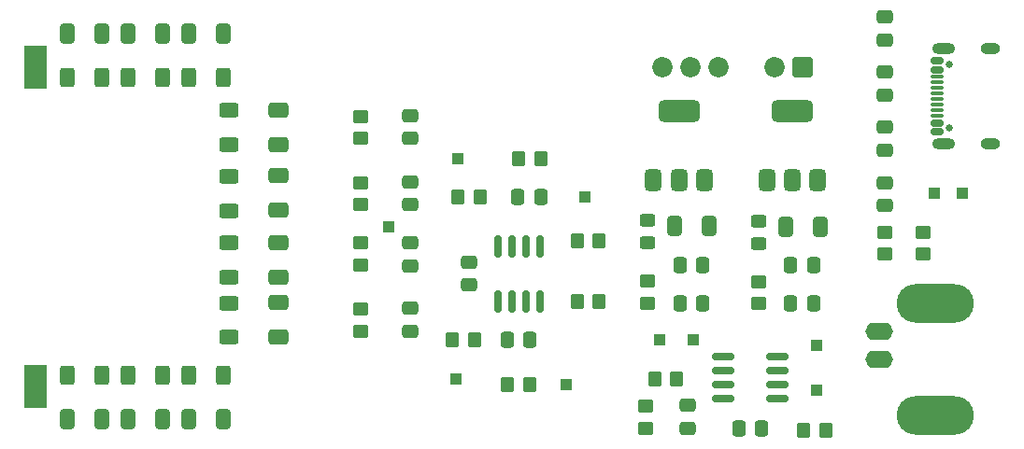
<source format=gts>
G04 #@! TF.GenerationSoftware,KiCad,Pcbnew,9.0.3*
G04 #@! TF.CreationDate,2025-11-22T23:15:04+01:00*
G04 #@! TF.ProjectId,CheapDiffProbe,43686561-7044-4696-9666-50726f62652e,rev?*
G04 #@! TF.SameCoordinates,Original*
G04 #@! TF.FileFunction,Soldermask,Top*
G04 #@! TF.FilePolarity,Negative*
%FSLAX46Y46*%
G04 Gerber Fmt 4.6, Leading zero omitted, Abs format (unit mm)*
G04 Created by KiCad (PCBNEW 9.0.3) date 2025-11-22 23:15:04*
%MOMM*%
%LPD*%
G01*
G04 APERTURE LIST*
G04 Aperture macros list*
%AMRoundRect*
0 Rectangle with rounded corners*
0 $1 Rounding radius*
0 $2 $3 $4 $5 $6 $7 $8 $9 X,Y pos of 4 corners*
0 Add a 4 corners polygon primitive as box body*
4,1,4,$2,$3,$4,$5,$6,$7,$8,$9,$2,$3,0*
0 Add four circle primitives for the rounded corners*
1,1,$1+$1,$2,$3*
1,1,$1+$1,$4,$5*
1,1,$1+$1,$6,$7*
1,1,$1+$1,$8,$9*
0 Add four rect primitives between the rounded corners*
20,1,$1+$1,$2,$3,$4,$5,0*
20,1,$1+$1,$4,$5,$6,$7,0*
20,1,$1+$1,$6,$7,$8,$9,0*
20,1,$1+$1,$8,$9,$2,$3,0*%
G04 Aperture macros list end*
%ADD10C,1.850000*%
%ADD11RoundRect,0.250000X-0.675000X0.675000X-0.675000X-0.675000X0.675000X-0.675000X0.675000X0.675000X0*%
%ADD12RoundRect,0.250000X-0.350000X-0.450000X0.350000X-0.450000X0.350000X0.450000X-0.350000X0.450000X0*%
%ADD13RoundRect,0.250000X0.650000X-0.412500X0.650000X0.412500X-0.650000X0.412500X-0.650000X-0.412500X0*%
%ADD14RoundRect,0.250000X0.450000X-0.350000X0.450000X0.350000X-0.450000X0.350000X-0.450000X-0.350000X0*%
%ADD15R,1.000000X1.000000*%
%ADD16RoundRect,0.250000X-0.412500X-0.650000X0.412500X-0.650000X0.412500X0.650000X-0.412500X0.650000X0*%
%ADD17RoundRect,0.250000X0.475000X-0.337500X0.475000X0.337500X-0.475000X0.337500X-0.475000X-0.337500X0*%
%ADD18C,0.650000*%
%ADD19RoundRect,0.150000X0.425000X-0.150000X0.425000X0.150000X-0.425000X0.150000X-0.425000X-0.150000X0*%
%ADD20RoundRect,0.075000X0.500000X-0.075000X0.500000X0.075000X-0.500000X0.075000X-0.500000X-0.075000X0*%
%ADD21O,2.100000X1.000000*%
%ADD22O,1.800000X1.000000*%
%ADD23RoundRect,0.250000X0.625000X-0.400000X0.625000X0.400000X-0.625000X0.400000X-0.625000X-0.400000X0*%
%ADD24RoundRect,0.250000X-0.337500X-0.475000X0.337500X-0.475000X0.337500X0.475000X-0.337500X0.475000X0*%
%ADD25RoundRect,0.375000X0.375000X-0.625000X0.375000X0.625000X-0.375000X0.625000X-0.375000X-0.625000X0*%
%ADD26RoundRect,0.500000X1.400000X-0.500000X1.400000X0.500000X-1.400000X0.500000X-1.400000X-0.500000X0*%
%ADD27R,2.000000X4.000000*%
%ADD28O,2.500000X1.600000*%
%ADD29O,7.000000X3.500000*%
%ADD30RoundRect,0.250000X-0.400000X-0.625000X0.400000X-0.625000X0.400000X0.625000X-0.400000X0.625000X0*%
%ADD31RoundRect,0.250000X-0.450000X0.350000X-0.450000X-0.350000X0.450000X-0.350000X0.450000X0.350000X0*%
%ADD32RoundRect,0.250000X0.350000X0.450000X-0.350000X0.450000X-0.350000X-0.450000X0.350000X-0.450000X0*%
%ADD33RoundRect,0.250000X0.450000X-0.325000X0.450000X0.325000X-0.450000X0.325000X-0.450000X-0.325000X0*%
%ADD34RoundRect,0.150000X-0.150000X0.825000X-0.150000X-0.825000X0.150000X-0.825000X0.150000X0.825000X0*%
%ADD35RoundRect,0.150000X0.825000X0.150000X-0.825000X0.150000X-0.825000X-0.150000X0.825000X-0.150000X0*%
%ADD36RoundRect,0.250000X0.337500X0.475000X-0.337500X0.475000X-0.337500X-0.475000X0.337500X-0.475000X0*%
%ADD37RoundRect,0.250000X-0.450000X0.325000X-0.450000X-0.325000X0.450000X-0.325000X0.450000X0.325000X0*%
G04 APERTURE END LIST*
D10*
X135800000Y-55500000D03*
X138340000Y-55500000D03*
X140880000Y-55500000D03*
X145960000Y-55500000D03*
D11*
X148500000Y-55500000D03*
D12*
X128100000Y-76800000D03*
X130100000Y-76800000D03*
D13*
X101000000Y-68525000D03*
X101000000Y-65400000D03*
D14*
X108500000Y-62000000D03*
X108500000Y-60000000D03*
D15*
X127100000Y-84300000D03*
D16*
X87375000Y-87500000D03*
X90500000Y-87500000D03*
D17*
X155975000Y-58075000D03*
X155975000Y-56000000D03*
D18*
X161820000Y-61070000D03*
X161820000Y-55290000D03*
D19*
X160745000Y-61380000D03*
X160745000Y-60580000D03*
D20*
X160745000Y-59430000D03*
X160745000Y-58430000D03*
X160745000Y-57930000D03*
X160745000Y-56930000D03*
D19*
X160745000Y-55780000D03*
X160745000Y-54980000D03*
X160745000Y-54980000D03*
X160745000Y-55780000D03*
D20*
X160745000Y-56430000D03*
X160745000Y-57430000D03*
X160745000Y-58930000D03*
X160745000Y-59930000D03*
D19*
X160745000Y-60580000D03*
X160745000Y-61380000D03*
D21*
X161320000Y-62500000D03*
D22*
X165500000Y-62500000D03*
D21*
X161320000Y-53860000D03*
D22*
X165500000Y-53860000D03*
D23*
X96500000Y-68550000D03*
X96500000Y-65450000D03*
D15*
X135600000Y-80300000D03*
D16*
X81875000Y-87500000D03*
X85000000Y-87500000D03*
D15*
X149800000Y-80800000D03*
D13*
X101000000Y-62600000D03*
X101000000Y-59475000D03*
D17*
X113000000Y-62000000D03*
X113000000Y-59925000D03*
D24*
X137425000Y-73450000D03*
X139500000Y-73450000D03*
D25*
X145300000Y-65800000D03*
X147600000Y-65800000D03*
D26*
X147600000Y-59500000D03*
D25*
X149900000Y-65800000D03*
D27*
X79000000Y-55500000D03*
D13*
X101000000Y-80025000D03*
X101000000Y-76900000D03*
D15*
X149800000Y-84800000D03*
D16*
X92875000Y-87500000D03*
X96000000Y-87500000D03*
D17*
X155975000Y-68112500D03*
X155975000Y-66037500D03*
D14*
X134500000Y-76950000D03*
X134500000Y-74950000D03*
D17*
X155975000Y-53075000D03*
X155975000Y-51000000D03*
D24*
X147425000Y-73500000D03*
X149500000Y-73500000D03*
D17*
X138100000Y-88300000D03*
X138100000Y-86225000D03*
D23*
X96500000Y-74550000D03*
X96500000Y-71450000D03*
D28*
X155420000Y-82080000D03*
D29*
X160500000Y-77000000D03*
D28*
X155420000Y-79540000D03*
D29*
X160500000Y-87160000D03*
D30*
X87400000Y-83500000D03*
X90500000Y-83500000D03*
D12*
X117300000Y-67300000D03*
X119300000Y-67300000D03*
D14*
X108500000Y-73500000D03*
X108500000Y-71500000D03*
X108500000Y-68000000D03*
X108500000Y-66000000D03*
D16*
X146975000Y-70000000D03*
X150100000Y-70000000D03*
D13*
X101000000Y-74562500D03*
X101000000Y-71437500D03*
D30*
X92900000Y-56500000D03*
X96000000Y-56500000D03*
D17*
X113000000Y-79500000D03*
X113000000Y-77425000D03*
D15*
X111000000Y-70000000D03*
D17*
X113000000Y-68000000D03*
X113000000Y-65925000D03*
D31*
X159475000Y-70500000D03*
X159475000Y-72500000D03*
D32*
X123800000Y-84300000D03*
X121800000Y-84300000D03*
D25*
X135000000Y-65800000D03*
X137300000Y-65800000D03*
D26*
X137300000Y-59500000D03*
D25*
X139600000Y-65800000D03*
D31*
X155975000Y-70500000D03*
X155975000Y-72500000D03*
D15*
X117300000Y-63800000D03*
D33*
X144500000Y-71550000D03*
X144500000Y-69500000D03*
D17*
X118300000Y-75300000D03*
X118300000Y-73225000D03*
D14*
X134300000Y-88300000D03*
X134300000Y-86300000D03*
D24*
X142725000Y-88300000D03*
X144800000Y-88300000D03*
D23*
X96500000Y-62550000D03*
X96500000Y-59450000D03*
D15*
X162975000Y-67000000D03*
D24*
X122725000Y-67300000D03*
X124800000Y-67300000D03*
X147425000Y-77000000D03*
X149500000Y-77000000D03*
D12*
X122800000Y-63800000D03*
X124800000Y-63800000D03*
D14*
X144500000Y-77000000D03*
X144500000Y-75000000D03*
D30*
X81900000Y-56500000D03*
X85000000Y-56500000D03*
D17*
X113000000Y-73537500D03*
X113000000Y-71462500D03*
D16*
X92875000Y-52500000D03*
X96000000Y-52500000D03*
D15*
X117100000Y-83800000D03*
D34*
X124705000Y-71825000D03*
X123435000Y-71825000D03*
X122165000Y-71825000D03*
X120895000Y-71825000D03*
X120895000Y-76775000D03*
X122165000Y-76775000D03*
X123435000Y-76775000D03*
X124705000Y-76775000D03*
D15*
X128800000Y-67300000D03*
D27*
X79000000Y-84500000D03*
D12*
X128100000Y-71300000D03*
X130100000Y-71300000D03*
D16*
X87375000Y-52500000D03*
X90500000Y-52500000D03*
D17*
X155975000Y-63075000D03*
X155975000Y-61000000D03*
D24*
X137425000Y-76950000D03*
X139500000Y-76950000D03*
D15*
X160475000Y-67000000D03*
D12*
X116800000Y-80300000D03*
X118800000Y-80300000D03*
D30*
X92900000Y-83500000D03*
X96000000Y-83500000D03*
D35*
X146250000Y-85610000D03*
X146250000Y-84340000D03*
X146250000Y-83070000D03*
X146250000Y-81800000D03*
X141300000Y-81800000D03*
X141300000Y-83070000D03*
X141300000Y-84340000D03*
X141300000Y-85610000D03*
D16*
X136937500Y-69950000D03*
X140062500Y-69950000D03*
D30*
X87400000Y-56500000D03*
X90500000Y-56500000D03*
D16*
X81875000Y-52500000D03*
X85000000Y-52500000D03*
D36*
X123800000Y-80300000D03*
X121725000Y-80300000D03*
D14*
X108500000Y-79500000D03*
X108500000Y-77500000D03*
D23*
X96500000Y-80050000D03*
X96500000Y-76950000D03*
D15*
X138600000Y-80300000D03*
D30*
X81900000Y-83500000D03*
X85000000Y-83500000D03*
D12*
X148600000Y-88500000D03*
X150600000Y-88500000D03*
X135100000Y-83800000D03*
X137100000Y-83800000D03*
D37*
X134500000Y-69450000D03*
X134500000Y-71500000D03*
M02*

</source>
